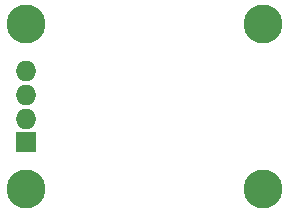
<source format=gbs>
G04 #@! TF.GenerationSoftware,KiCad,Pcbnew,(5.0.0)*
G04 #@! TF.CreationDate,2019-02-28T23:25:29+00:00*
G04 #@! TF.ProjectId,AS5600_I2C_v1,4153353630305F4932435F76312E6B69,rev?*
G04 #@! TF.SameCoordinates,Original*
G04 #@! TF.FileFunction,Soldermask,Bot*
G04 #@! TF.FilePolarity,Negative*
%FSLAX46Y46*%
G04 Gerber Fmt 4.6, Leading zero omitted, Abs format (unit mm)*
G04 Created by KiCad (PCBNEW (5.0.0)) date 02/28/19 23:25:29*
%MOMM*%
%LPD*%
G01*
G04 APERTURE LIST*
%ADD10O,1.750000X1.750000*%
%ADD11R,1.750000X1.750000*%
%ADD12C,3.300000*%
G04 APERTURE END LIST*
D10*
G04 #@! TO.C,J1*
X152000000Y-63000000D03*
X152000000Y-65000000D03*
X152000000Y-67000000D03*
D11*
X152000000Y-69000000D03*
G04 #@! TD*
D12*
G04 #@! TO.C,2.5mm *
X152000000Y-59000000D03*
G04 #@! TD*
G04 #@! TO.C,2.5mm *
X172000000Y-59000000D03*
G04 #@! TD*
G04 #@! TO.C,2.5mm *
X172000000Y-73000000D03*
G04 #@! TD*
G04 #@! TO.C,2.5mm *
X152000000Y-73000000D03*
G04 #@! TD*
M02*

</source>
